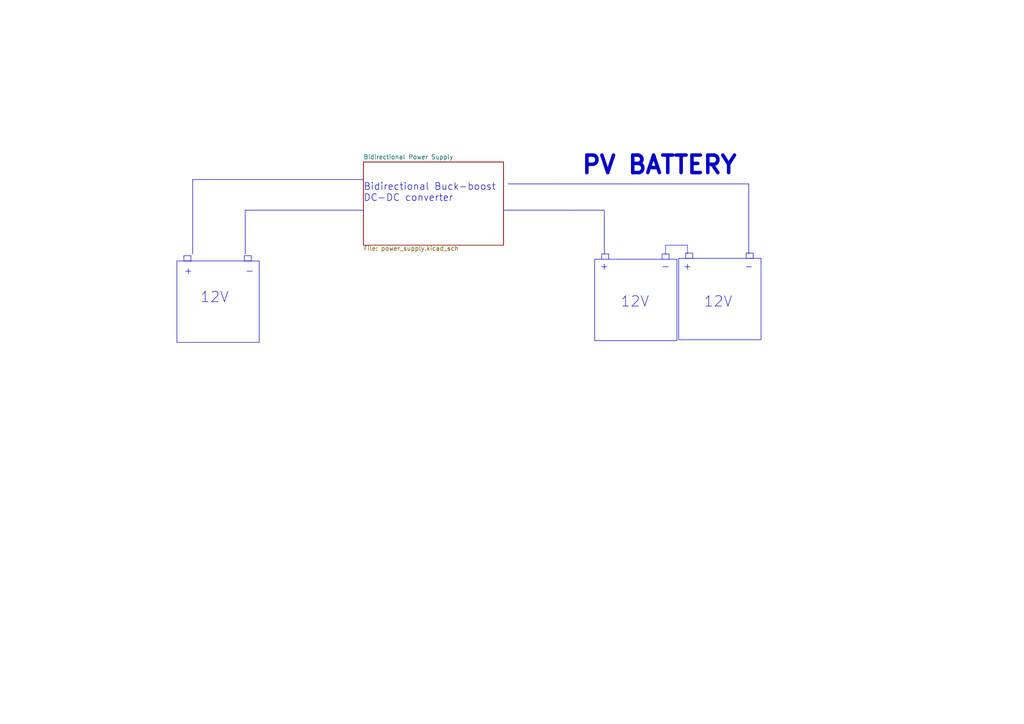
<source format=kicad_sch>
(kicad_sch
	(version 20231120)
	(generator "eeschema")
	(generator_version "8.0")
	(uuid "57ff2453-26d1-489b-aa83-9af273df178f")
	(paper "A4")
	(lib_symbols)
	(polyline
		(pts
			(xy 199.39 73.66) (xy 199.39 71.12)
		)
		(stroke
			(width 0)
			(type default)
			(color 25 36 255 1)
		)
		(uuid "06862b84-0f0c-4ce4-b36a-cbb372cf3513")
	)
	(polyline
		(pts
			(xy 146.05 60.96) (xy 166.37 60.96)
		)
		(stroke
			(width 0)
			(type default)
		)
		(uuid "0d5121c2-ddf1-4e54-8a1b-af5d6ac8e8bb")
	)
	(polyline
		(pts
			(xy 55.88 52.07) (xy 55.88 73.66)
		)
		(stroke
			(width 0)
			(type default)
		)
		(uuid "15123aca-1550-4f80-b9b6-fe5e45598842")
	)
	(polyline
		(pts
			(xy 166.37 60.96) (xy 166.37 60.96)
		)
		(stroke
			(width 0)
			(type default)
		)
		(uuid "1696bc47-2432-4527-a605-9c674d2a1e06")
	)
	(polyline
		(pts
			(xy 193.04 71.12) (xy 193.04 73.66)
		)
		(stroke
			(width 0)
			(type default)
			(color 25 36 255 1)
		)
		(uuid "36112bfc-a686-4560-a72f-d0ab85c57b23")
	)
	(polyline
		(pts
			(xy 217.17 73.66) (xy 217.17 53.34)
		)
		(stroke
			(width 0)
			(type default)
		)
		(uuid "3ba147f0-33a5-458d-825b-2637a22dcb29")
	)
	(polyline
		(pts
			(xy 193.04 73.66) (xy 193.04 73.66)
		)
		(stroke
			(width 0)
			(type default)
		)
		(uuid "42bdbe22-277f-444e-a486-7ea88332c786")
	)
	(polyline
		(pts
			(xy 72.39 60.96) (xy 71.12 60.96)
		)
		(stroke
			(width 0)
			(type default)
		)
		(uuid "5a0b5c0e-a41d-4d77-8197-90321f713e96")
	)
	(polyline
		(pts
			(xy 161.29 53.34) (xy 166.37 53.34)
		)
		(stroke
			(width 0)
			(type default)
		)
		(uuid "5a85a93b-a42e-4352-87d0-06db097321b7")
	)
	(polyline
		(pts
			(xy 71.12 68.58) (xy 71.12 73.66)
		)
		(stroke
			(width 0)
			(type default)
		)
		(uuid "77739912-6c12-4af5-b447-6feb5df1b613")
	)
	(polyline
		(pts
			(xy 71.12 60.96) (xy 71.12 60.96)
		)
		(stroke
			(width 0)
			(type default)
		)
		(uuid "82d1f2a6-6974-478a-b34a-81f4cc3b0e80")
	)
	(polyline
		(pts
			(xy 175.26 73.66) (xy 175.26 60.96)
		)
		(stroke
			(width 0)
			(type default)
		)
		(uuid "a09153d8-5c25-4c6a-aa79-11912bc32ee6")
	)
	(polyline
		(pts
			(xy 105.41 60.96) (xy 72.39 60.96)
		)
		(stroke
			(width 0)
			(type default)
		)
		(uuid "a4388bbb-c0f3-4990-abc5-c4968a10cfc6")
	)
	(polyline
		(pts
			(xy 105.41 52.07) (xy 55.88 52.07)
		)
		(stroke
			(width 0)
			(type default)
		)
		(uuid "c4ed9411-8062-4b50-a469-5aace9a3475e")
	)
	(polyline
		(pts
			(xy 166.37 60.96) (xy 166.37 60.96)
		)
		(stroke
			(width 0)
			(type default)
		)
		(uuid "c5441510-fb7c-43f6-9ba6-20ee54e74262")
	)
	(polyline
		(pts
			(xy 166.37 53.34) (xy 217.17 53.34)
		)
		(stroke
			(width 0)
			(type default)
		)
		(uuid "c6571cb9-687f-447c-bee3-dc58a41bf384")
	)
	(polyline
		(pts
			(xy 147.32 53.34) (xy 161.29 53.34)
		)
		(stroke
			(width 0)
			(type default)
		)
		(uuid "f15c67b7-2ff1-481f-92ae-58e2fb955b8b")
	)
	(polyline
		(pts
			(xy 166.37 60.96) (xy 175.26 60.96)
		)
		(stroke
			(width 0)
			(type default)
		)
		(uuid "f581b218-2f7b-49e6-8e5e-ca71f8a8dfa2")
	)
	(polyline
		(pts
			(xy 199.39 71.12) (xy 193.04 71.12)
		)
		(stroke
			(width 0)
			(type default)
			(color 25 36 255 1)
		)
		(uuid "f697161a-8c51-4118-ba93-91e097b3d81f")
	)
	(polyline
		(pts
			(xy 71.12 60.96) (xy 71.12 68.58)
		)
		(stroke
			(width 0)
			(type default)
		)
		(uuid "fe89e3cd-7e79-4d16-a311-dd340aaed3a1")
	)
	(rectangle
		(start 53.34 74.168)
		(end 55.372 75.692)
		(stroke
			(width 0)
			(type default)
		)
		(fill
			(type none)
		)
		(uuid 18855923-1306-457c-b779-e099da54cf9a)
	)
	(rectangle
		(start 172.466 75.184)
		(end 196.342 98.806)
		(stroke
			(width 0)
			(type default)
		)
		(fill
			(type none)
		)
		(uuid 190a7950-0778-42c6-8559-ba4056167673)
	)
	(rectangle
		(start 216.408 73.406)
		(end 218.44 74.93)
		(stroke
			(width 0)
			(type default)
		)
		(fill
			(type none)
		)
		(uuid 2034ab4d-b096-48fd-b4a1-b33542fdd2a6)
	)
	(rectangle
		(start 174.498 73.66)
		(end 176.53 75.184)
		(stroke
			(width 0)
			(type default)
		)
		(fill
			(type none)
		)
		(uuid 27fc092d-8973-45eb-ae0d-25a1ba174643)
	)
	(rectangle
		(start 70.866 74.168)
		(end 72.898 75.692)
		(stroke
			(width 0)
			(type default)
		)
		(fill
			(type none)
		)
		(uuid 2bd37225-a7ec-4048-9bd7-fe3d7b6e5476)
	)
	(rectangle
		(start 198.882 73.406)
		(end 200.914 74.93)
		(stroke
			(width 0)
			(type default)
		)
		(fill
			(type none)
		)
		(uuid 5252ad96-e262-4465-b5e8-5184b11d42be)
	)
	(rectangle
		(start 51.308 75.692)
		(end 75.184 99.314)
		(stroke
			(width 0)
			(type default)
		)
		(fill
			(type none)
		)
		(uuid 82efab6d-55ae-462e-870f-a1d662a2d06b)
	)
	(rectangle
		(start 196.85 74.93)
		(end 220.726 98.552)
		(stroke
			(width 0)
			(type default)
		)
		(fill
			(type none)
		)
		(uuid b1d2615c-e0d3-493a-8ac5-1f9557a46df2)
	)
	(rectangle
		(start 192.024 73.66)
		(end 194.056 75.184)
		(stroke
			(width 0)
			(type default)
		)
		(fill
			(type none)
		)
		(uuid fe468fb7-6bae-4b55-9e95-43fd3fc883db)
	)
	(text "-"
		(exclude_from_sim no)
		(at 72.39 78.74 0)
		(effects
			(font
				(size 2 2)
			)
		)
		(uuid "03b3c9d2-2e02-4c98-aa39-8a5f0ef09b29")
	)
	(text "12V"
		(exclude_from_sim no)
		(at 62.23 86.36 0)
		(effects
			(font
				(size 3 3)
			)
		)
		(uuid "0bef6165-015d-4b03-a3f7-34e2654b9ace")
	)
	(text "+"
		(exclude_from_sim no)
		(at 54.61 78.74 0)
		(effects
			(font
				(size 2 2)
			)
		)
		(uuid "1f49d897-890f-444f-8625-7e0a21eda616")
	)
	(text "12V"
		(exclude_from_sim no)
		(at 208.28 87.63 0)
		(effects
			(font
				(size 3 3)
			)
		)
		(uuid "2835a993-77db-4d4f-b1ed-6b5502abfc0b")
	)
	(text "12V"
		(exclude_from_sim no)
		(at 184.15 87.63 0)
		(effects
			(font
				(size 3 3)
			)
		)
		(uuid "682d635c-6d2d-4148-b713-b03fa1d50994")
	)
	(text "+"
		(exclude_from_sim no)
		(at 199.39 77.47 0)
		(effects
			(font
				(size 2 2)
			)
		)
		(uuid "8e4b27b9-87e0-47e9-bd35-a61ce508985c")
	)
	(text "PV BATTERY"
		(exclude_from_sim no)
		(at 191.262 48.006 0)
		(effects
			(font
				(size 5.08 5.08)
				(thickness 1.016)
				(bold yes)
			)
		)
		(uuid "bda6803c-7bcb-4d90-8167-186b26659d1d")
	)
	(text "-"
		(exclude_from_sim no)
		(at 217.17 77.47 0)
		(effects
			(font
				(size 2 2)
			)
		)
		(uuid "df5f3f7f-c567-49a1-8589-f07acc8ae80c")
	)
	(text "Bidirectional Buck-boost\nDC-DC converter\n"
		(exclude_from_sim no)
		(at 105.41 55.88 0)
		(effects
			(font
				(size 2 2)
			)
			(justify left)
		)
		(uuid "e3e2b18a-e53c-4027-be75-765551d25dd4")
	)
	(text "-"
		(exclude_from_sim no)
		(at 193.04 77.47 0)
		(effects
			(font
				(size 2 2)
			)
		)
		(uuid "efe15f34-f7f2-4733-bf5d-1c8b3cc7f9b8")
	)
	(text "+"
		(exclude_from_sim no)
		(at 175.26 77.47 0)
		(effects
			(font
				(size 2 2)
			)
		)
		(uuid "f7b363f8-459e-401b-8772-09165bf66d5d")
	)
	(sheet
		(at 105.41 46.99)
		(size 40.64 24.13)
		(fields_autoplaced yes)
		(stroke
			(width 0.1524)
			(type solid)
		)
		(fill
			(color 0 0 0 0.0000)
		)
		(uuid "81802b0c-d137-483c-9072-3d8784bb4773")
		(property "Sheetname" "Bidirectional Power Supply"
			(at 105.41 46.2784 0)
			(effects
				(font
					(size 1.27 1.27)
				)
				(justify left bottom)
			)
		)
		(property "Sheetfile" "power_supply.kicad_sch"
			(at 105.41 71.3236 0)
			(effects
				(font
					(size 1.27 1.27)
				)
				(justify left top)
			)
		)
		(instances
			(project "Bidirectional_Power_Converter_24V-12V_with_BMS"
				(path "/57ff2453-26d1-489b-aa83-9af273df178f"
					(page "4")
				)
			)
		)
	)
	(sheet_instances
		(path "/"
			(page "1")
		)
	)
)
</source>
